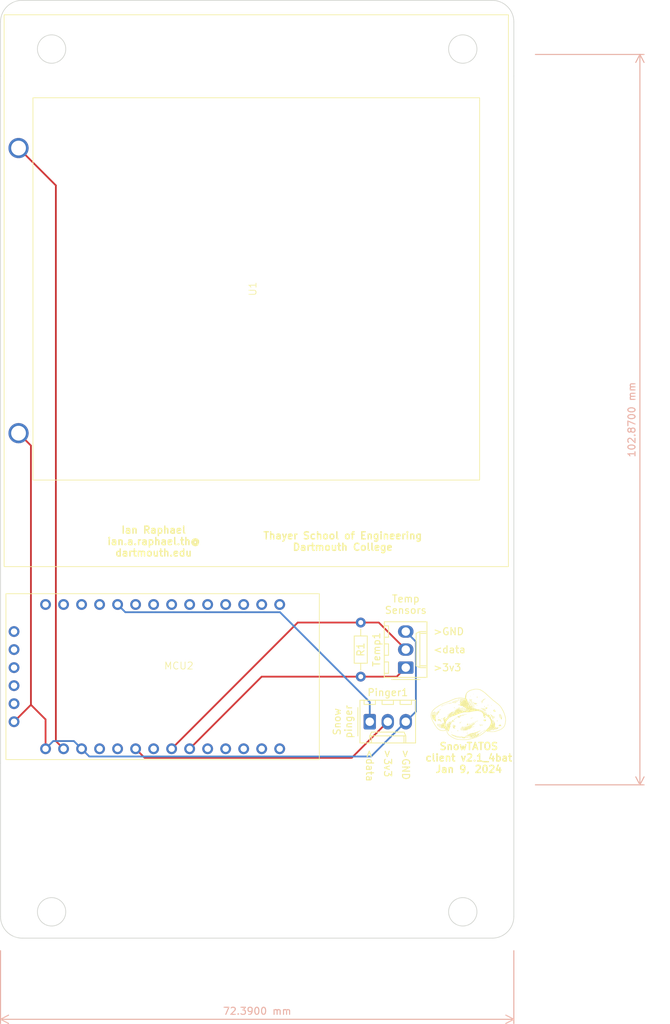
<source format=kicad_pcb>
(kicad_pcb (version 20221018) (generator pcbnew)
  (layers (0 "F.Cu" signal) (31 "B.Cu" signal) (34 "B.Paste" user) (35 "F.Paste" user) (36 "B.SilkS" user "B.Silkscreen") (37 "F.SilkS" user "F.Silkscreen") (38 "B.Mask" user) (39 "F.Mask" user) (44 "Edge.Cuts" user))
  (net 0 "")
  (net 1 "/GND")
  (net 2 "/VBAT")
  (net 13 "/RXD1")
  (net 18 "Net-(MCU2-D22)")
  (net 20 "Net-(MCU2-D24)")
  (net 21 "Net-(MCU2-D25)")
  (footprint "Connector_Molex:Molex_KK-254_AE-6410-03A_1x03_P2.54mm_Vertical" (layer "F.Cu") (at 148.59 132.08)
    (fp_text reference "Pinger1" (at 2.54 -4.12) (layer "F.SilkS"))
    (fp_text value "Conn_01x03_Pin" hide)
    (pad "1" thru_hole roundrect (at 0 0) (size 1.74 2.19) (drill 1.19) (layers "*.Cu" "*.Mask") (roundrect_rratio 0.1436781609) (net 13 "/RXD1"))
    (pad "2" thru_hole oval (at 2.54 0) (size 1.74 2.19) (drill 1.19) (layers "*.Cu" "*.Mask") (net 18 "Net-(MCU2-D22)"))
    (pad "3" thru_hole oval (at 5.08 0) (size 1.74 2.19) (drill 1.19) (layers "*.Cu" "*.Mask") (net 1 "/GND"))
  )
  (footprint "Module:Rocket_Scream_Mini_Ultra" (layer "F.Cu") (at 115.57 125.73 -90)
    (fp_text reference "MCU2" (at -1.524 -6.096 unlocked) (layer "F.SilkS") (effects (font (thickness 0.1))))
    (fp_text value "Rocket_Scream_Mini_Ultra")
    (pad "0" thru_hole circle (at -10.16 -20.32 270) (size 1.524 1.524) (drill 0.9) (layers "*.Cu" "*.Mask"))
    (pad "1" thru_hole circle (at -10.16 -17.78 270) (size 1.524 1.524) (drill 0.9) (layers "*.Cu" "*.Mask"))
    (pad "2" thru_hole circle (at -10.16 -15.24 270) (size 1.524 1.524) (drill 0.9) (layers "*.Cu" "*.Mask"))
    (pad "3" thru_hole circle (at -10.16 -12.7 270) (size 1.524 1.524) (drill 0.9) (layers "*.Cu" "*.Mask"))
    (pad "3v3" thru_hole circle (at 10.16 5.08 270) (size 1.524 1.524) (drill 0.9) (layers "*.Cu" "*.Mask"))
    (pad "4" thru_hole circle (at -10.16 -10.16 270) (size 1.524 1.524) (drill 0.9) (layers "*.Cu" "*.Mask"))
    (pad "5" thru_hole circle (at -10.16 -7.62 270) (size 1.524 1.524) (drill 0.9) (layers "*.Cu" "*.Mask"))
    (pad "6" thru_hole circle (at -10.16 -5.08 270) (size 1.524 1.524) (drill 0.9) (layers "*.Cu" "*.Mask"))
    (pad "7" thru_hole circle (at -10.16 -2.54 270) (size 1.524 1.524) (drill 0.9) (layers "*.Cu" "*.Mask"))
    (pad "8" thru_hole circle (at -10.16 0 270) (size 1.524 1.524) (drill 0.9) (layers "*.Cu" "*.Mask"))
    (pad "9" thru_hole circle (at -10.16 2.54 270) (size 1.524 1.524) (drill 0.9) (layers "*.Cu" "*.Mask") (net 13 "/RXD1"))
    (pad "10" thru_hole circle (at -10.16 5.08 270) (size 1.524 1.524) (drill 0.9) (layers "*.Cu" "*.Mask"))
    (pad "11" thru_hole circle (at -10.16 7.62 270) (size 1.524 1.524) (drill 0.9) (layers "*.Cu" "*.Mask"))
    (pad "12" thru_hole circle (at -10.16 10.16 270) (size 1.524 1.524) (drill 0.9) (layers "*.Cu" "*.Mask"))
    (pad "13" thru_hole circle (at -10.16 12.7 270) (size 1.524 1.524) (drill 0.9) (layers "*.Cu" "*.Mask"))
    (pad "22" thru_hole circle (at 10.16 0 270) (size 1.524 1.524) (drill 0.9) (layers "*.Cu" "*.Mask") (net 18 "Net-(MCU2-D22)"))
    (pad "23" thru_hole circle (at 10.16 -2.54 270) (size 1.524 1.524) (drill 0.9) (layers "*.Cu" "*.Mask"))
    (pad "24" thru_hole circle (at 10.16 -5.08 270) (size 1.524 1.524) (drill 0.9) (layers "*.Cu" "*.Mask") (net 20 "Net-(MCU2-D24)"))
    (pad "25" thru_hole circle (at 10.16 -7.62 270) (size 1.524 1.524) (drill 0.9) (layers "*.Cu" "*.Mask") (net 21 "Net-(MCU2-D25)"))
    (pad "A2" thru_hole circle (at 10.16 -10.16 270) (size 1.524 1.524) (drill 0.9) (layers "*.Cu" "*.Mask"))
    (pad "A3" thru_hole circle (at 10.16 -12.7 270) (size 1.524 1.524) (drill 0.9) (layers "*.Cu" "*.Mask"))
    (pad "A4" thru_hole circle (at 10.16 -15.24 270) (size 1.524 1.524) (drill 0.9) (layers "*.Cu" "*.Mask"))
    (pad "A6" thru_hole circle (at 10.16 -17.78 270) (size 1.524 1.524) (drill 0.9) (layers "*.Cu" "*.Mask"))
    (pad "BAT" thru_hole circle (at 10.16 10.16 270) (size 1.524 1.524) (drill 0.9) (layers "*.Cu" "*.Mask") (net 2 "/VBAT"))
    (pad "DTR" thru_hole circle (at -6.35 17.145) (size 1.524 1.524) (drill 0.9) (layers "*.Cu" "*.Mask"))
    (pad "GND" thru_hole circle (at 6.35 17.145) (size 1.524 1.524) (drill 0.9) (layers "*.Cu" "*.Mask") (net 1 "/GND"))
    (pad "GND" thru_hole circle (at 10.16 7.62 270) (size 1.524 1.524) (drill 0.9) (layers "*.Cu" "*.Mask") (net 1 "/GND"))
    (pad "GND" thru_hole circle (at 10.16 12.7 270) (size 1.524 1.524) (drill 0.9) (layers "*.Cu" "*.Mask") (net 1 "/GND"))
    (pad "REF" thru_hole circle (at 10.16 2.54 270) (size 1.524 1.524) (drill 0.9) (layers "*.Cu" "*.Mask"))
    (pad "RST" thru_hole circle (at 10.16 -20.32 180) (size 1.524 1.524) (drill 0.9) (layers "*.Cu" "*.Mask"))
    (pad "RX2" thru_hole circle (at -1.27 17.145) (size 1.524 1.524) (drill 0.9) (layers "*.Cu" "*.Mask"))
    (pad "TX2" thru_hole circle (at -3.81 17.145) (size 1.524 1.524) (drill 0.9) (layers "*.Cu" "*.Mask"))
    (pad "UPDI" thru_hole circle (at 3.81 17.145) (size 1.524 1.524) (drill 0.9) (layers "*.Cu" "*.Mask"))
    (pad "VIN" thru_hole circle (at 1.27 17.145) (size 1.524 1.524) (drill 0.9) (layers "*.Cu" "*.Mask"))
  )
  (footprint "Battery:BatteryHolder_Keystone_2233_4Cell" (layer "F.Cu") (at 132.588 71.12 90)
    (fp_text reference "U1" (at 0 -0.5 90 unlocked) (layer "F.SilkS") (effects (font (thickness 0.1))))
    (fp_text value "keystone_2233_D_cell_4Batt_holder")
    (pad "0" thru_hole circle (at -20.32 -33.528 90) (size 2.8448 2.8448) (drill 2.0828) (layers "*.Cu" "*.Mask") (net 1 "/GND"))
    (pad "1" thru_hole circle (at 19.8374 -33.528 90) (size 2.8448 2.8448) (drill 2.0828) (layers "*.Cu" "*.Mask") (net 2 "/VBAT"))
  )
  (footprint "Resistor_THT:R_Axial_DIN0204_L3.6mm_D1.6mm_P7.62mm_Horizontal" (layer "F.Cu") (at 147.32 125.73 90)
    (fp_text reference "R1" (at 3.81 0 90) (layer "F.SilkS"))
    (fp_text value "R")
    (pad "1" thru_hole circle (at 0 0 90) (size 1.4 1.4) (drill 0.7) (layers "*.Cu" "*.Mask") (net 21 "Net-(MCU2-D25)"))
    (pad "2" thru_hole oval (at 7.62 0 90) (size 1.4 1.4) (drill 0.7) (layers "*.Cu" "*.Mask") (net 20 "Net-(MCU2-D24)"))
  )
  (footprint "Connector_Molex:Molex_KK-254_AE-6410-03A_1x03_P2.54mm_Vertical" (layer "F.Cu") (at 153.67 124.46 90)
    (fp_text reference "Temp1" (at 2.54 -4.12 90) (layer "F.SilkS"))
    (fp_text value "Conn_01x03_Pin" hide)
    (pad "1" thru_hole roundrect (at 0 0 90) (size 1.74 2.19) (drill 1.19) (layers "*.Cu" "*.Mask") (roundrect_rratio 0.1436781609) (net 21 "Net-(MCU2-D25)"))
    (pad "2" thru_hole oval (at 2.54 0 90) (size 1.74 2.19) (drill 1.19) (layers "*.Cu" "*.Mask") (net 20 "Net-(MCU2-D24)"))
    (pad "3" thru_hole oval (at 5.08 0 90) (size 1.74 2.19) (drill 1.19) (layers "*.Cu" "*.Mask") (net 1 "/GND"))
  )
  (footprint "LOGO" (layer "F.Cu") (at 162.56 130.81)
    (fp_text reference "G***" hide)
    (fp_text value "LOGO" hide)
  )
  (gr_line (start 96.52 41.148) (end 96.52 33.528) (stroke (width 0.1)) (layer "Edge.Cuts"))
  (gr_arc (start 168.91 159.512) (mid 168.017261 161.667261) (end 165.862 162.56) (stroke (width 0.1)) (layer "Edge.Cuts"))
  (gr_arc (start 96.52 33.528) (mid 97.412739 31.372739) (end 99.568 30.48) (stroke (width 0.1)) (layer "Edge.Cuts"))
  (gr_line (start 168.91 33.528) (end 168.91 41.148) (stroke (width 0.1)) (layer "Edge.Cuts"))
  (gr_line (start 99.568 30.48) (end 165.862 30.48) (stroke (width 0.1)) (layer "Edge.Cuts"))
  (gr_arc (start 165.862 30.48) (mid 168.017261 31.372739) (end 168.91 33.528) (stroke (width 0.1)) (layer "Edge.Cuts"))
  (gr_line (start 96.52 137.922) (end 96.52 159.512) (stroke (width 0.1)) (layer "Edge.Cuts"))
  (gr_circle (center 161.7091 37.338) (end 163.7091 37.338) (stroke (width 0.1)) (fill none) (layer "Edge.Cuts"))
  (gr_arc (start 99.568 162.56) (mid 97.412739 161.667261) (end 96.52 159.512) (stroke (width 0.1)) (layer "Edge.Cuts"))
  (gr_line (start 99.568 162.56) (end 165.862 162.56) (stroke (width 0.1)) (layer "Edge.Cuts"))
  (gr_line (start 168.91 137.922) (end 168.91 159.512) (stroke (width 0.1)) (layer "Edge.Cuts"))
  (gr_circle (center 103.7209 37.338) (end 105.7209 37.338) (stroke (width 0.1)) (fill none) (layer "Edge.Cuts"))
  (gr_circle (center 161.7091 158.8516) (end 163.7091 158.8516) (stroke (width 0.1)) (fill none) (layer "Edge.Cuts"))
  (gr_circle (center 103.7209 158.8516) (end 105.7209 158.8516) (stroke (width 0.1)) (fill none) (layer "Edge.Cuts"))
  (gr_line (start 99.568 30.48) (end 99.568 30.48) (stroke (width 0.1)) (layer "Edge.Cuts"))
  (gr_line (start 168.91 41.148) (end 168.91 137.922) (stroke (width 0.1)) (layer "Edge.Cuts"))
  (gr_line (start 96.52 137.922) (end 96.52 41.148) (stroke (width 0.1)) (layer "Edge.Cuts"))
  (gr_line (start 165.862 30.48) (end 165.862 30.48) (stroke (width 0.1)) (layer "Edge.Cuts"))
  (gr_text ">GND" (at 153.67 135.89 270) (layer "F.SilkS") (effects (font (size 1 1)) (justify left)))
  (gr_text "Temp\nSensors" (at 153.67 115.57) (layer "F.SilkS") (effects (font (size 1 1))))
  (gr_text "Ian Raphael\nian.a.raphael.th@\ndartmouth.edu" (at 118.11 106.68) (layer "F.SilkS") (effects (font (size 1 1) (thickness 0.2) bold)))
  (gr_text "<data" (at 148.59 135.89 270) (layer "F.SilkS") (effects (font (size 1 1)) (justify left)))
  (gr_text "Snow\npinger" (at 144.78 132.08 90) (layer "F.SilkS") (effects (font (size 1 1))))
  (gr_text "SnowTATOS\nclient v2.1_4bat\nJan 9, 2024" (at 162.56 137.16) (layer "F.SilkS") (effects (font (size 1 1) (thickness 0.2) bold)))
  (gr_text "<data" (at 157.48 121.92) (layer "F.SilkS") (effects (font (size 1 1)) (justify left)))
  (gr_text ">3v3" (at 157.48 124.46) (layer "F.SilkS") (effects (font (size 1 1)) (justify left)))
  (gr_text "Thayer School of Engineering\nDartmouth College" (at 144.78 106.68) (layer "F.SilkS") (effects (font (size 1 1) (thickness 0.2) bold)))
  (gr_text ">3v3" (at 151.13 135.89 270) (layer "F.SilkS") (effects (font (size 1 1)) (justify left)))
  (gr_text ">GND" (at 157.48 119.38) (layer "F.SilkS") (effects (font (size 1 1)) (justify left)))
  (dimension (type aligned) (layer "B.SilkS") (pts (xy 171.45 38.1) (xy 171.45 140.97)) (height -15.24) (gr_text "4.0500 in" (at 185.54 89.535 90) (layer "B.SilkS") (effects (font (size 1 1) (thickness 0.15)))) (format (prefix "") (suffix "") (units 3) (units_format 1) (precision 4)) (style (thickness 0.15) (arrow_length 1.27) (text_position_mode 0) (extension_height 0.58642) (extension_offset 0.5) keep_text_aligned))
  (dimension (type aligned) (layer "B.SilkS") (pts (xy 96.52 163.83) (xy 168.91 163.83)) (height 10.16) (gr_text "2.8500 in" (at 132.715 172.84) (layer "B.SilkS") (effects (font (size 1 1) (thickness 0.15)))) (format (prefix "") (suffix "") (units 3) (units_format 1) (precision 4)) (style (thickness 0.15) (arrow_length 1.27) (text_position_mode 0) (extension_height 0.58642) (extension_offset 0.5) keep_text_aligned))
  (segment (start 102.87 135.89) (end 102.87 131.7602) (width 0.25) (layer "F.Cu") (net 1))
  (segment (start 100.8074 129.6976) (end 98.425 132.08) (width 0.25) (layer "F.Cu") (net 1))
  (segment (start 100.8074 93.1874) (end 99.06 91.44) (width 0.25) (layer "F.Cu") (net 1))
  (segment (start 100.8074 129.6976) (end 100.8074 93.1874) (width 0.25) (layer "F.Cu") (net 1))
  (segment (start 100.8074 129.6976) (end 102.87 131.7602) (width 0.25) (layer "F.Cu") (net 1))
  (segment (start 148.773 136.977) (end 153.67 132.08) (width 0.25) (layer "B.Cu") (net 1))
  (segment (start 107.95 135.89) (end 109.037 136.977) (width 0.25) (layer "B.Cu") (net 1))
  (segment (start 109.037 136.977) (end 148.773 136.977) (width 0.25) (layer "B.Cu") (net 1))
  (segment (start 102.87 135.89) (end 103.957 134.803) (width 0.25) (layer "B.Cu") (net 1))
  (segment (start 153.67 119.38) (end 155.095 120.805) (width 0.25) (layer "B.Cu") (net 1))
  (segment (start 106.863 134.803) (end 107.95 135.89) (width 0.25) (layer "B.Cu") (net 1))
  (segment (start 103.957 134.803) (end 106.863 134.803) (width 0.25) (layer "B.Cu") (net 1))
  (segment (start 155.095 120.805) (end 155.095 130.655) (width 0.25) (layer "B.Cu") (net 1))
  (segment (start 155.095 130.655) (end 153.67 132.08) (width 0.25) (layer "B.Cu") (net 1))
  (segment (start 105.41 135.89) (end 104.323 134.803) (width 0.25) (layer "F.Cu") (net 2))
  (segment (start 104.323 56.5456) (end 99.06 51.2826) (width 0.25) (layer "F.Cu") (net 2))
  (segment (start 104.323 134.803) (end 104.323 56.5456) (width 0.25) (layer "F.Cu") (net 2))
  (segment (start 148.59 129.315) (end 148.59 132.08) (width 0.25) (layer "B.Cu") (net 13))
  (segment (start 135.932 116.657) (end 148.59 129.315) (width 0.25) (layer "B.Cu") (net 13))
  (segment (start 135.932 116.657) (end 114.117 116.657) (width 0.25) (layer "B.Cu") (net 13))
  (segment (start 114.117 116.657) (end 113.03 115.57) (width 0.25) (layer "B.Cu") (net 13))
  (segment (start 146.05 137.16) (end 116.84 137.16) (width 0.25) (layer "F.Cu") (net 18))
  (segment (start 116.84 137.16) (end 115.57 135.89) (width 0.25) (layer "F.Cu") (net 18))
  (segment (start 151.13 132.08) (end 146.05 137.16) (width 0.25) (layer "F.Cu") (net 18))
  (segment (start 147.32 118.11) (end 149.86 118.11) (width 0.25) (layer "F.Cu") (net 20))
  (segment (start 147.32 118.11) (end 138.43 118.11) (width 0.25) (layer "F.Cu") (net 20))
  (segment (start 138.43 118.11) (end 120.65 135.89) (width 0.25) (layer "F.Cu") (net 20))
  (segment (start 149.86 118.11) (end 153.67 121.92) (width 0.25) (layer "F.Cu") (net 20))
  (segment (start 152.4 125.73) (end 153.67 124.46) (width 0.25) (layer "F.Cu") (net 21))
  (segment (start 133.35 125.73) (end 123.19 135.89) (width 0.25) (layer "F.Cu") (net 21))
  (segment (start 147.32 125.73) (end 133.35 125.73) (width 0.25) (layer "F.Cu") (net 21))
  (segment (start 147.32 125.73) (end 152.4 125.73) (width 0.25) (layer "F.Cu") (net 21))
)
</source>
